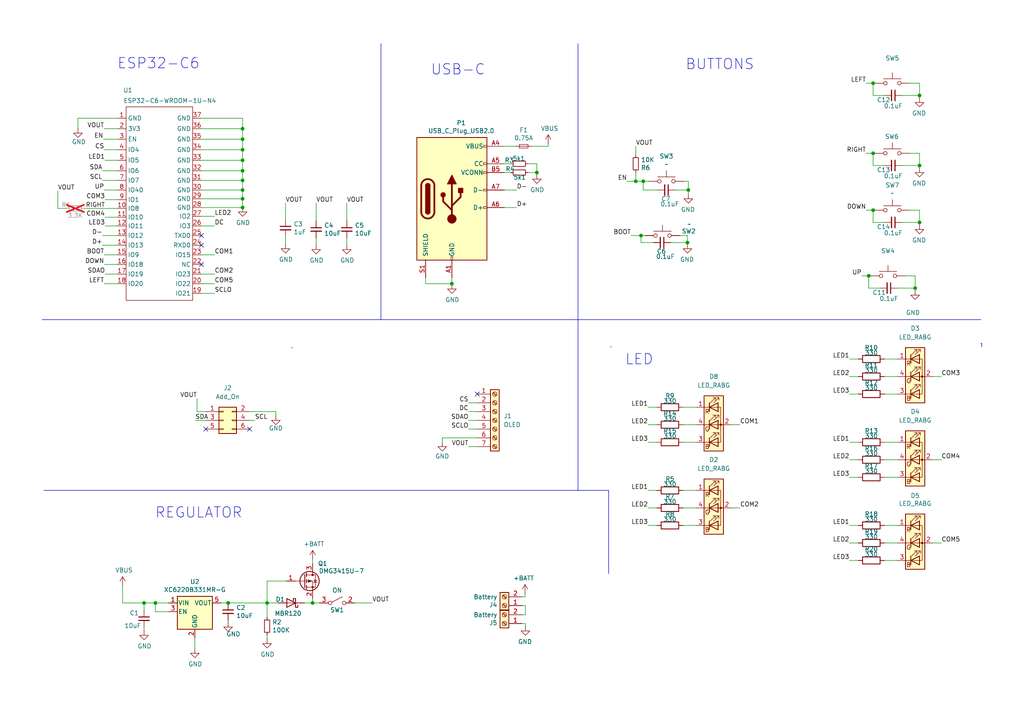
<source format=kicad_sch>
(kicad_sch (version 20231120) (generator "eeschema") (generator_version "8.0")
  (paper "A4")
  (title_block (title "Bugcon_2024_Speaker") (date "2024-09-05") (rev "v1.0") (company "Electronic Cats") (comment 1 "Lizeth Gallegos Martínez"))
  (lib_symbols
    (symbol "Connector:Screw_Terminal_01x02" (pin_names (offset 1.016) hide)
      (property "Reference" "J" (at 0 2.54 0))
      (property "Value" "Screw_Terminal_01x02" (at 0 -5.08 0))
      (symbol "Screw_Terminal_01x02_1_1"
        (pin passive line (at -5.08 0 0) (length 3.81) (name "Pin_1") (number "1"))
        (pin passive line (at -5.08 -2.54 0) (length 3.81) (name "Pin_2") (number "2"))
      )
    )
    (symbol "Connector:Screw_Terminal_01x07" (pin_names (offset 1.016) hide)
      (property "Reference" "J" (at 0 10.16 0))
      (property "Value" "Screw_Terminal_01x07" (at 0 -10.16 0))
      (symbol "Screw_Terminal_01x07_1_1"
        (pin passive line (at -5.08 7.62 0) (length 3.81) (name "Pin_1") (number "1"))
        (pin passive line (at -5.08 5.08 0) (length 3.81) (name "Pin_2") (number "2"))
        (pin passive line (at -5.08 2.54 0) (length 3.81) (name "Pin_3") (number "3"))
        (pin passive line (at -5.08 0 0) (length 3.81) (name "Pin_4") (number "4"))
        (pin passive line (at -5.08 -2.54 0) (length 3.81) (name "Pin_5") (number "5"))
        (pin passive line (at -5.08 -5.08 0) (length 3.81) (name "Pin_6") (number "6"))
        (pin passive line (at -5.08 -7.62 0) (length 3.81) (name "Pin_7") (number "7"))
      )
    )
    (symbol "Connector_Generic:Conn_02x03_Odd_Even" (pin_names (offset 1.016) hide)
      (property "Reference" "J" (at 1.27 5.08 0))
      (property "Value" "Conn_02x03_Odd_Even" (at 1.27 -5.08 0))
      (symbol "Conn_02x03_Odd_Even_1_1"
        (pin passive line (at -5.08 2.54 0) (length 3.81) (name "Pin_1") (number "1"))
        (pin passive line (at 7.62 2.54 180) (length 3.81) (name "Pin_2") (number "2"))
        (pin passive line (at -5.08 0 0) (length 3.81) (name "Pin_3") (number "3"))
        (pin passive line (at 7.62 0 180) (length 3.81) (name "Pin_4") (number "4"))
        (pin passive line (at -5.08 -2.54 0) (length 3.81) (name "Pin_5") (number "5"))
        (pin passive line (at 7.62 -2.54 180) (length 3.81) (name "Pin_6") (number "6"))
      )
    )
    (symbol "Device:C_Small" (pin_numbers hide) (pin_names (offset 0.254) hide)
      (property "Reference" "C" (at 0.254 1.778 0))
      (property "Value" "C_Small" (at 0.254 -2.032 0))
      (symbol "C_Small_1_1"
        (pin passive line (at 0 2.54 270) (length 2.032) (name "~") (number "1"))
        (pin passive line (at 0 -2.54 90) (length 2.032) (name "~") (number "2"))
      )
    )
    (symbol "Device:Fuse_Small" (pin_numbers hide) (pin_names (offset 0.254) hide)
      (property "Reference" "F" (at 0 -1.524 0))
      (property "Value" "Fuse_Small" (at 0 1.524 0))
      (symbol "Fuse_Small_1_1"
        (pin passive line (at -2.54 0 0) (length 1.27) (name "~") (number "1"))
        (pin passive line (at 2.54 0 180) (length 1.27) (name "~") (number "2"))
      )
    )
    (symbol "Device:LED_RABG" (pin_names (offset 0) hide)
      (property "Reference" "D" (at 0 9.398 0))
      (property "Value" "LED_RABG" (at 0 -8.89 0))
      (symbol "LED_RABG_0_0"
        (text "B" (at -1.905 -6.35 0) (effects (font (size 1.27 1.27))))
        (text "G" (at -1.905 -1.27 0) (effects (font (size 1.27 1.27))))
        (text "R" (at -1.905 3.81 0) (effects (font (size 1.27 1.27))))
      )
      (symbol "LED_RABG_1_1"
        (pin passive line (at -5.08 5.08 0) (length 2.54) (name "RK") (number "1"))
        (pin passive line (at 5.08 0 180) (length 2.54) (name "A") (number "2"))
        (pin passive line (at -5.08 -5.08 0) (length 2.54) (name "BK") (number "3"))
        (pin passive line (at -5.08 0 0) (length 2.54) (name "GK") (number "4"))
      )
    )
    (symbol "Device:Q_PMOS_GSD" (pin_names (offset 0) hide)
      (property "Reference" "Q" (at 5.08 1.27 0))
      (property "Value" "Q_PMOS_GSD" (at 5.08 -1.27 0))
      (symbol "Q_PMOS_GSD_1_1"
        (pin input line (at -5.08 0 0) (length 2.54) (name "G") (number "1"))
        (pin passive line (at 2.54 -5.08 90) (length 2.54) (name "S") (number "2"))
        (pin passive line (at 2.54 5.08 270) (length 2.54) (name "D") (number "3"))
      )
    )
    (symbol "Device:R" (pin_numbers hide) (pin_names (offset 0))
      (property "Reference" "R" (at 2.032 0 90))
      (property "Value" "R" (at 0 0 90))
      (symbol "R_1_1"
        (pin passive line (at 0 3.81 270) (length 1.27) (name "~") (number "1"))
        (pin passive line (at 0 -3.81 90) (length 1.27) (name "~") (number "2"))
      )
    )
    (symbol "Device:R_Small" (pin_numbers hide) (pin_names (offset 0.254) hide)
      (property "Reference" "R" (at 0.762 0.508 0))
      (property "Value" "R_Small" (at 0.762 -1.016 0))
      (symbol "R_Small_1_1"
        (pin passive line (at 0 2.54 270) (length 0.762) (name "~") (number "1"))
        (pin passive line (at 0 -2.54 90) (length 0.762) (name "~") (number "2"))
      )
    )
    (symbol "Diode:MBR340" (pin_numbers hide) (pin_names (offset 1.016) hide)
      (property "Reference" "D" (at 0 2.54 0))
      (property "Value" "MBR340" (at 0 -2.54 0))
      (symbol "MBR340_1_1"
        (pin passive line (at -3.81 0 0) (length 2.54) (name "K") (number "1"))
        (pin passive line (at 3.81 0 180) (length 2.54) (name "A") (number "2"))
      )
    )
    (symbol "HunterCat-NFC-rescue:AP2112K-3.3-Regulator_Linear" (pin_names (offset 0.254))
      (property "Reference" "U" (at -5.08 5.715 0))
      (property "Value" "AP2112K-3.3-Regulator_Linear" (at 0 5.715 0))
      (symbol "AP2112K-3.3-Regulator_Linear_1_1"
        (pin power_in line (at -7.62 2.54 0) (length 2.54) (name "VIN") (number "1"))
        (pin power_in line (at 0 -7.62 90) (length 2.54) (name "GND") (number "2"))
        (pin input line (at -7.62 0 0) (length 2.54) (name "EN") (number "3"))
        (pin no_connect line (at 7.62 0 180) (length 2.54) hide (name "NC") (number "4"))
        (pin power_out line (at 7.62 2.54 180) (length 2.54) (name "VOUT") (number "5"))
      )
    )
    (symbol "HunterCat-NFC-rescue:USB_C_Plug_USB2.0-Connector" (pin_names (offset 1.016))
      (property "Reference" "P" (at -10.16 19.05 0))
      (property "Value" "USB_C_Plug_USB2.0-Connector" (at 12.7 19.05 0))
      (symbol "USB_C_Plug_USB2.0-Connector_1_1"
        (pin power_in line (at 0 -22.86 90) (length 5.08) (name "GND") (number "A1"))
        (pin passive line (at 0 -22.86 90) (length 5.08) hide (name "GND") (number "A12"))
        (pin power_in line (at 15.24 15.24 180) (length 5.08) (name "VBUS") (number "A4"))
        (pin bidirectional line (at 15.24 10.16 180) (length 5.08) (name "CC") (number "A5"))
        (pin bidirectional line (at 15.24 -2.54 180) (length 5.08) (name "D+") (number "A6"))
        (pin bidirectional line (at 15.24 2.54 180) (length 5.08) (name "D-") (number "A7"))
        (pin passive line (at 15.24 15.24 180) (length 5.08) hide (name "VBUS") (number "A9"))
        (pin passive line (at 0 -22.86 90) (length 5.08) hide (name "GND") (number "B1"))
        (pin passive line (at 0 -22.86 90) (length 5.08) hide (name "GND") (number "B12"))
        (pin passive line (at 15.24 15.24 180) (length 5.08) hide (name "VBUS") (number "B4"))
        (pin bidirectional line (at 15.24 7.62 180) (length 5.08) (name "VCONN") (number "B5"))
        (pin passive line (at 15.24 15.24 180) (length 5.08) hide (name "VBUS") (number "B9"))
        (pin passive line (at -7.62 -22.86 90) (length 5.08) (name "SHIELD") (number "S1"))
      )
    )
    (symbol "Minino:ESP32-C6-WROOM-1U-N8"
      (property "Reference" "U4" (at -7.874 29.464 0))
      (property "Value" "~" (at 14.224 14.478 0))
      (symbol "ESP32-C6-WROOM-1U-N8_0_0"
        (text "" (at -20.32 -5.08 0) (effects (font (size 1.27 1.27))))
      )
      (symbol "ESP32-C6-WROOM-1U-N8_1_1"
        (pin power_in line (at -12.192 23.622 0) (length 2.54) (name "GND") (number "1"))
        (pin bidirectional line (at -12.192 -2.54 0) (length 2.54) (name "IO8") (number "10"))
        (pin bidirectional line (at -12.192 -5.08 0) (length 2.54) (name "IO10") (number "11"))
        (pin bidirectional line (at -12.192 -7.62 0) (length 2.54) (name "IO11") (number "12"))
        (pin bidirectional line (at -12.192 -10.414 0) (length 2.54) (name "IO12") (number "13"))
        (pin bidirectional line (at -12.192 -13.208 0) (length 2.54) (name "IO13") (number "14"))
        (pin bidirectional line (at -12.192 -16.002 0) (length 2.54) (name "IO9") (number "15"))
        (pin bidirectional line (at -12.192 -18.796 0) (length 2.54) (name "IO18") (number "16"))
        (pin bidirectional line (at -12.192 -21.59 0) (length 2.54) (name "IO19") (number "17"))
        (pin bidirectional line (at -12.192 -24.384 0) (length 2.54) (name "IO20") (number "18"))
        (pin bidirectional line (at 12.192 -27.178 180) (length 2.54) (name "IO21") (number "19"))
        (pin power_in line (at -12.192 20.574 0) (length 2.54) (name "3V3") (number "2"))
        (pin bidirectional line (at 12.192 -24.384 180) (length 2.54) (name "IO22") (number "20"))
        (pin bidirectional line (at 12.192 -21.59 180) (length 2.54) (name "IO23") (number "21"))
        (pin bidirectional line (at 12.192 -18.796 180) (length 2.54) (name "NC") (number "22"))
        (pin power_in line (at 12.192 -16.002 180) (length 2.54) (name "IO15") (number "23"))
        (pin bidirectional line (at 12.192 -13.208 180) (length 2.54) (name "RXD0") (number "24"))
        (pin bidirectional line (at 12.192 -10.414 180) (length 2.54) (name "TXD0") (number "25"))
        (pin bidirectional line (at 12.192 -7.62 180) (length 2.54) (name "IO3") (number "26"))
        (pin bidirectional line (at 12.192 -4.826 180) (length 2.54) (name "IO2") (number "27"))
        (pin power_in line (at 12.192 -2.286 180) (length 2.54) (name "GND") (number "28"))
        (pin power_in line (at 12.192 0.254 180) (length 2.54) (name "GND") (number "29"))
        (pin power_in line (at -12.192 17.526 0) (length 2.54) (name "EN") (number "3"))
        (pin power_in line (at 12.192 2.794 180) (length 2.54) (name "GND") (number "30"))
        (pin power_in line (at 12.192 5.588 180) (length 2.54) (name "GND") (number "31"))
        (pin power_in line (at 12.192 8.382 180) (length 2.54) (name "GND") (number "32"))
        (pin power_in line (at 12.192 11.43 180) (length 2.54) (name "GND") (number "33"))
        (pin power_in line (at 12.192 14.478 180) (length 2.54) (name "GND") (number "34"))
        (pin power_in line (at 12.192 17.526 180) (length 2.54) (name "GND") (number "35"))
        (pin power_in line (at 12.192 20.574 180) (length 2.54) (name "GND") (number "36"))
        (pin power_in line (at 12.192 23.622 180) (length 2.54) (name "GND") (number "37"))
        (pin bidirectional line (at -12.192 14.478 0) (length 2.54) (name "IO4") (number "4"))
        (pin bidirectional line (at -12.192 11.43 0) (length 2.54) (name "IO5") (number "5"))
        (pin bidirectional line (at -12.192 8.382 0) (length 2.54) (name "IO6") (number "6"))
        (pin bidirectional line (at -12.192 5.588 0) (length 2.54) (name "IO7") (number "7"))
        (pin bidirectional line (at -12.192 2.794 0) (length 2.54) (name "IO40") (number "8"))
        (pin bidirectional line (at -12.192 0 0) (length 2.54) (name "IO1") (number "9"))
      )
    )
    (symbol "Switch:SW_Push" (pin_numbers hide) (pin_names (offset 1.016) hide)
      (property "Reference" "SW" (at 1.27 2.54 0))
      (property "Value" "SW_Push" (at 0 -1.524 0))
      (symbol "SW_Push_0_1"
        (pin passive line (at -5.08 0 0) (length 2.54) (name "1") (number "1"))
        (pin passive line (at 5.08 0 180) (length 2.54) (name "2") (number "2"))
      )
    )
    (symbol "Switch:SW_SPST" (pin_names (offset 0) hide)
      (property "Reference" "SW1" (at 0 -2.032 0))
      (property "Value" "ON" (at 0 3.6576 0))
      (symbol "SW_SPST_1_1"
        (pin passive line (at 5.08 0 180) (length 2.54) (name "B") (number "2"))
        (pin passive line (at -5.08 0 0) (length 2.54) (name "A") (number "3"))
      )
    )
    (symbol "power:+BATT" (power) (pin_names (offset 0))
      (property "Value" "+BATT" (at 0 3.556 0))
      (symbol "+BATT_1_1"
        (pin power_in line (at 0 0 90) (length 0) hide (name "+BATT") (number "1"))
      )
    )
    (symbol "power:GND" (power) (pin_numbers hide) (pin_names (offset 0) hide)
      (property "Value" "GND" (at 0 -3.81 0))
      (symbol "GND_1_1"
        (pin power_in line (at 0 0 270) (length 0) (name "~") (number "1"))
      )
    )
    (symbol "power:VBUS" (power) (pin_names (offset 0))
      (property "Value" "VBUS" (at 0 3.81 0))
      (symbol "VBUS_1_1"
        (pin power_in line (at 0 0 90) (length 0) hide (name "VBUS") (number "1"))
      )
    )
  )
  (junction (at 266.7 48.006))
  (junction (at 70.358 57.658))
  (junction (at 184.404 52.578))
  (junction (at 131.064 82.296))
  (junction (at 66.167 174.879))
  (junction (at 77.47 174.879))
  (junction (at 70.358 49.53))
  (junction (at 199.39 70.358))
  (junction (at 185.928 68.326))
  (junction (at 41.783 174.879))
  (junction (at 45.085 174.879))
  (junction (at 70.358 46.482))
  (junction (at 266.7 27.686))
  (junction (at 70.358 40.386))
  (junction (at 70.358 52.324))
  (junction (at 253.238 60.96))
  (junction (at 70.358 60.198))
  (junction (at 265.43 83.566))
  (junction (at 155.702 50.038))
  (junction (at 266.7 64.516))
  (junction (at 251.968 80.01))
  (junction (at 253.238 24.13))
  (junction (at 253.238 44.45))
  (junction (at 90.678 174.879))
  (junction (at 70.358 55.118))
  (junction (at 70.358 43.434))
  (junction (at 70.358 37.338))
  (junction (at 186.563 52.578))
  (junction (at 199.644 55.118))
  (no_connect (at 72.39 124.46))
  (no_connect (at 138.43 114.3))
  (no_connect (at 58.42 76.708))
  (no_connect (at 58.42 68.326))
  (no_connect (at 58.42 71.12))
  (no_connect (at 59.69 124.46))
  (wire (pts (xy 16.764 55.372) (xy 16.764 60.452)))
  (wire (pts (xy 62.23 73.914) (xy 58.42 73.914)))
  (wire (pts (xy 58.42 82.296) (xy 62.23 82.296)))
  (wire (pts (xy 41.783 176.911) (xy 41.783 174.879)))
  (wire (pts (xy 30.226 43.434) (xy 34.036 43.434)))
  (wire (pts (xy 185.928 70.358) (xy 185.928 68.326)))
  (wire (pts (xy 58.42 57.658) (xy 70.358 57.658)))
  (wire (pts (xy 30.48 62.992) (xy 34.036 62.992)))
  (polyline (pts (xy 167.64 142.24) (xy 167.64 92.71)))
  (wire (pts (xy 246.38 133.35) (xy 248.92 133.35)))
  (wire (pts (xy 135.89 124.46) (xy 138.43 124.46)))
  (wire (pts (xy 184.404 42.418) (xy 184.404 44.958)))
  (wire (pts (xy 91.694 69.088) (xy 91.694 71.12)))
  (wire (pts (xy 92.71 174.879) (xy 90.678 174.879)))
  (wire (pts (xy 151.384 173.101) (xy 152.273 173.101)))
  (wire (pts (xy 246.38 162.56) (xy 248.92 162.56)))
  (wire (pts (xy 187.96 128.27) (xy 190.5 128.27)))
  (wire (pts (xy 80.01 119.38) (xy 72.39 119.38)))
  (wire (pts (xy 70.358 55.118) (xy 70.358 57.658)))
  (wire (pts (xy 256.54 133.35) (xy 260.35 133.35)))
  (wire (pts (xy 45.085 177.419) (xy 48.895 177.419)))
  (wire (pts (xy 30.226 82.296) (xy 34.036 82.296)))
  (wire (pts (xy 256.54 152.4) (xy 260.35 152.4)))
  (wire (pts (xy 30.226 55.118) (xy 34.036 55.118)))
  (wire (pts (xy 256.54 157.48) (xy 260.35 157.48)))
  (wire (pts (xy 198.374 52.578) (xy 199.644 52.578)))
  (wire (pts (xy 30.48 65.532) (xy 34.036 65.532)))
  (wire (pts (xy 265.43 80.01) (xy 265.43 83.566)))
  (wire (pts (xy 22.606 34.29) (xy 22.606 37.338)))
  (wire (pts (xy 252.476 80.01) (xy 251.968 80.01)))
  (wire (pts (xy 198.12 128.27) (xy 201.93 128.27)))
  (wire (pts (xy 253.238 44.45) (xy 251.206 44.45)))
  (wire (pts (xy 184.404 52.578) (xy 181.864 52.578)))
  (wire (pts (xy 246.38 157.48) (xy 248.92 157.48)))
  (wire (pts (xy 187.96 118.11) (xy 190.5 118.11)))
  (wire (pts (xy 214.63 147.32) (xy 212.09 147.32)))
  (wire (pts (xy 253.238 64.516) (xy 253.238 60.96)))
  (wire (pts (xy 151.384 178.308) (xy 152.4 178.308)))
  (wire (pts (xy 62.23 79.502) (xy 58.42 79.502)))
  (wire (pts (xy 199.644 56.388) (xy 199.644 55.118)))
  (wire (pts (xy 135.89 129.54) (xy 138.43 129.54)))
  (wire (pts (xy 70.358 34.29) (xy 70.358 37.338)))
  (wire (pts (xy 266.7 24.13) (xy 266.7 27.686)))
  (wire (pts (xy 253.746 44.45) (xy 253.238 44.45)))
  (wire (pts (xy 253.238 24.13) (xy 251.206 24.13)))
  (wire (pts (xy 253.238 27.686) (xy 253.238 24.13)))
  (wire (pts (xy 253.238 60.96) (xy 251.206 60.96)))
  (wire (pts (xy 256.54 114.3) (xy 260.35 114.3)))
  (polyline (pts (xy 177.292 100.584) (xy 177.038 100.584)))
  (wire (pts (xy 41.783 174.879) (xy 45.085 174.879)))
  (wire (pts (xy 56.515 185.039) (xy 56.515 188.214)))
  (wire (pts (xy 66.167 179.959) (xy 66.167 180.594)))
  (wire (pts (xy 45.085 177.419) (xy 45.085 174.879)))
  (wire (pts (xy 70.358 37.338) (xy 70.358 40.386)))
  (wire (pts (xy 100.584 69.088) (xy 100.584 71.12)))
  (wire (pts (xy 66.167 174.879) (xy 77.47 174.879)))
  (wire (pts (xy 152.4 180.848) (xy 152.4 181.737)))
  (wire (pts (xy 62.23 62.738) (xy 58.42 62.738)))
  (wire (pts (xy 123.444 80.518) (xy 123.444 82.296)))
  (wire (pts (xy 70.358 57.658) (xy 70.358 60.198)))
  (wire (pts (xy 30.48 79.502) (xy 34.036 79.502)))
  (wire (pts (xy 100.584 58.928) (xy 100.584 64.008)))
  (wire (pts (xy 57.15 115.57) (xy 57.15 119.38)))
  (wire (pts (xy 70.358 46.482) (xy 70.358 49.53)))
  (wire (pts (xy 77.47 174.879) (xy 77.47 179.07)))
  (polyline (pts (xy 167.64 12.7) (xy 167.64 92.71)))
  (wire (pts (xy 199.39 68.326) (xy 199.39 70.358)))
  (wire (pts (xy 256.54 48.006) (xy 253.238 48.006)))
  (wire (pts (xy 159.004 42.418) (xy 159.004 41.656)))
  (wire (pts (xy 82.804 58.928) (xy 82.804 63.627)))
  (wire (pts (xy 265.43 83.566) (xy 260.35 83.566)))
  (wire (pts (xy 29.718 49.53) (xy 34.036 49.53)))
  (wire (pts (xy 107.95 174.879) (xy 102.87 174.879)))
  (wire (pts (xy 57.15 119.38) (xy 59.69 119.38)))
  (wire (pts (xy 273.05 133.35) (xy 270.51 133.35)))
  (wire (pts (xy 198.12 142.24) (xy 201.93 142.24)))
  (wire (pts (xy 77.47 185.42) (xy 77.47 184.15)))
  (wire (pts (xy 24.384 60.452) (xy 34.036 60.452)))
  (wire (pts (xy 30.226 73.914) (xy 34.036 73.914)))
  (wire (pts (xy 16.764 60.452) (xy 19.304 60.452)))
  (wire (pts (xy 186.563 55.118) (xy 186.563 52.578)))
  (wire (pts (xy 246.38 128.27) (xy 248.92 128.27)))
  (wire (pts (xy 273.05 109.22) (xy 270.51 109.22)))
  (wire (pts (xy 198.12 152.4) (xy 201.93 152.4)))
  (wire (pts (xy 153.162 50.038) (xy 155.702 50.038)))
  (wire (pts (xy 246.38 104.14) (xy 248.92 104.14)))
  (wire (pts (xy 82.804 68.707) (xy 82.804 70.866)))
  (wire (pts (xy 29.718 52.324) (xy 34.036 52.324)))
  (wire (pts (xy 34.036 40.386) (xy 29.972 40.386)))
  (wire (pts (xy 152.273 173.101) (xy 152.273 172.085)))
  (wire (pts (xy 128.27 127) (xy 138.43 127)))
  (wire (pts (xy 246.38 109.22) (xy 248.92 109.22)))
  (wire (pts (xy 187.96 123.19) (xy 190.5 123.19)))
  (wire (pts (xy 266.7 48.006) (xy 266.7 48.768)))
  (wire (pts (xy 64.135 174.879) (xy 66.167 174.879)))
  (polyline (pts (xy 110.49 12.7) (xy 110.49 92.71)))
  (wire (pts (xy 146.304 60.198) (xy 149.86 60.198)))
  (wire (pts (xy 151.384 180.848) (xy 152.4 180.848)))
  (wire (pts (xy 29.718 71.12) (xy 34.036 71.12)))
  (wire (pts (xy 262.636 80.01) (xy 265.43 80.01)))
  (wire (pts (xy 187.96 142.24) (xy 190.5 142.24)))
  (polyline (pts (xy 284.734 100.076) (xy 284.734 99.568)))
  (wire (pts (xy 251.968 83.566) (xy 251.968 80.01)))
  (wire (pts (xy 58.42 37.338) (xy 70.358 37.338)))
  (wire (pts (xy 266.7 64.516) (xy 261.62 64.516)))
  (wire (pts (xy 265.43 83.566) (xy 265.43 84.328)))
  (polyline (pts (xy 284.48 99.568) (xy 284.734 99.568)))
  (wire (pts (xy 246.38 152.4) (xy 248.92 152.4)))
  (wire (pts (xy 58.42 40.386) (xy 70.358 40.386)))
  (wire (pts (xy 198.12 118.11) (xy 201.93 118.11)))
  (wire (pts (xy 199.644 52.578) (xy 199.644 55.118)))
  (wire (pts (xy 189.484 70.358) (xy 185.928 70.358)))
  (wire (pts (xy 41.783 181.991) (xy 41.783 183.007)))
  (wire (pts (xy 70.358 49.53) (xy 70.358 52.324)))
  (wire (pts (xy 199.644 55.118) (xy 195.834 55.118)))
  (wire (pts (xy 45.085 174.879) (xy 48.895 174.879)))
  (wire (pts (xy 58.42 65.532) (xy 62.23 65.532)))
  (polyline (pts (xy 284.734 100.076) (xy 284.734 100.584)))
  (polyline (pts (xy 176.53 166.37) (xy 176.53 142.24)))
  (wire (pts (xy 58.42 52.324) (xy 70.358 52.324)))
  (wire (pts (xy 198.12 123.19) (xy 201.93 123.19)))
  (wire (pts (xy 199.39 70.358) (xy 199.39 70.866)))
  (wire (pts (xy 90.678 163.449) (xy 90.678 162.179)))
  (wire (pts (xy 198.12 147.32) (xy 201.93 147.32)))
  (wire (pts (xy 266.7 27.686) (xy 261.62 27.686)))
  (wire (pts (xy 266.7 27.686) (xy 266.7 28.448)))
  (wire (pts (xy 263.906 24.13) (xy 266.7 24.13)))
  (wire (pts (xy 256.54 64.516) (xy 253.238 64.516)))
  (wire (pts (xy 22.606 34.29) (xy 34.036 34.29)))
  (wire (pts (xy 30.226 37.338) (xy 34.036 37.338)))
  (wire (pts (xy 58.42 46.482) (xy 70.358 46.482)))
  (wire (pts (xy 35.56 174.879) (xy 41.783 174.879)))
  (wire (pts (xy 135.89 119.38) (xy 138.43 119.38)))
  (wire (pts (xy 184.404 50.038) (xy 184.404 52.578)))
  (wire (pts (xy 62.23 85.09) (xy 58.42 85.09)))
  (wire (pts (xy 155.702 50.038) (xy 155.702 50.673)))
  (wire (pts (xy 253.746 24.13) (xy 253.238 24.13)))
  (wire (pts (xy 131.064 82.296) (xy 131.064 82.55)))
  (wire (pts (xy 90.678 174.879) (xy 88.265 174.879)))
  (wire (pts (xy 35.56 174.879) (xy 35.56 169.799)))
  (wire (pts (xy 131.064 80.518) (xy 131.064 82.296)))
  (wire (pts (xy 187.96 147.32) (xy 190.5 147.32)))
  (wire (pts (xy 146.304 50.038) (xy 148.082 50.038)))
  (wire (pts (xy 266.7 64.516) (xy 266.7 65.278)))
  (wire (pts (xy 256.54 27.686) (xy 253.238 27.686)))
  (wire (pts (xy 80.01 120.65) (xy 80.01 119.38)))
  (wire (pts (xy 151.384 175.641) (xy 152.4 175.641)))
  (wire (pts (xy 77.47 174.879) (xy 77.47 168.529)))
  (wire (pts (xy 56.642 121.92) (xy 59.69 121.92)))
  (wire (pts (xy 256.54 104.14) (xy 260.35 104.14)))
  (wire (pts (xy 246.38 138.43) (xy 248.92 138.43)))
  (wire (pts (xy 58.42 43.434) (xy 70.358 43.434)))
  (wire (pts (xy 249.936 80.01) (xy 251.968 80.01)))
  (wire (pts (xy 123.444 82.296) (xy 131.064 82.296)))
  (wire (pts (xy 256.54 138.43) (xy 260.35 138.43)))
  (wire (pts (xy 255.27 83.566) (xy 251.968 83.566)))
  (wire (pts (xy 70.358 52.324) (xy 70.358 55.118)))
  (wire (pts (xy 199.39 70.358) (xy 194.564 70.358)))
  (wire (pts (xy 185.928 68.326) (xy 183.007 68.326)))
  (wire (pts (xy 152.4 175.641) (xy 152.4 178.308)))
  (wire (pts (xy 90.678 173.609) (xy 90.678 174.879)))
  (wire (pts (xy 190.754 55.118) (xy 186.563 55.118)))
  (wire (pts (xy 155.702 47.498) (xy 155.702 50.038)))
  (wire (pts (xy 70.358 40.386) (xy 70.358 43.434)))
  (wire (pts (xy 58.42 34.29) (xy 70.358 34.29)))
  (wire (pts (xy 214.63 123.19) (xy 212.09 123.19)))
  (wire (pts (xy 146.304 55.118) (xy 149.86 55.118)))
  (wire (pts (xy 263.906 44.45) (xy 266.7 44.45)))
  (wire (pts (xy 153.162 47.498) (xy 155.702 47.498)))
  (wire (pts (xy 58.42 60.198) (xy 70.358 60.198)))
  (wire (pts (xy 253.746 60.96) (xy 253.238 60.96)))
  (wire (pts (xy 135.89 121.92) (xy 138.43 121.92)))
  (wire (pts (xy 77.47 174.879) (xy 80.645 174.879)))
  (wire (pts (xy 256.54 128.27) (xy 260.35 128.27)))
  (wire (pts (xy 30.48 46.482) (xy 34.036 46.482)))
  (wire (pts (xy 70.358 43.434) (xy 70.358 46.482)))
  (wire (pts (xy 128.27 128.27) (xy 128.27 127)))
  (wire (pts (xy 83.058 168.529) (xy 77.47 168.529)))
  (wire (pts (xy 30.48 57.912) (xy 34.036 57.912)))
  (wire (pts (xy 72.39 121.92) (xy 73.914 121.92)))
  (wire (pts (xy 187.96 152.4) (xy 190.5 152.4)))
  (wire (pts (xy 273.05 157.48) (xy 270.51 157.48)))
  (polyline (pts (xy 176.53 142.24) (xy 167.64 142.24)))
  (wire (pts (xy 58.42 49.53) (xy 70.358 49.53)))
  (wire (pts (xy 266.7 44.45) (xy 266.7 48.006)))
  (wire (pts (xy 154.432 42.418) (xy 159.004 42.418)))
  (wire (pts (xy 186.563 52.578) (xy 188.214 52.578)))
  (polyline (pts (xy 84.582 100.838) (xy 84.836 100.838)))
  (wire (pts (xy 246.38 114.3) (xy 248.92 114.3)))
  (wire (pts (xy 256.54 109.22) (xy 260.35 109.22)))
  (wire (pts (xy 146.304 42.418) (xy 149.352 42.418)))
  (wire (pts (xy 135.89 116.84) (xy 138.43 116.84)))
  (polyline (pts (xy 12.192 92.71) (xy 284.48 92.71)))
  (wire (pts (xy 253.238 48.006) (xy 253.238 44.45)))
  (wire (pts (xy 30.226 76.708) (xy 34.036 76.708)))
  (wire (pts (xy 58.42 55.118) (xy 70.358 55.118)))
  (wire (pts (xy 29.718 68.326) (xy 34.036 68.326)))
  (wire (pts (xy 266.7 48.006) (xy 261.62 48.006)))
  (wire (pts (xy 256.54 162.56) (xy 260.35 162.56)))
  (wire (pts (xy 263.906 60.96) (xy 266.7 60.96)))
  (wire (pts (xy 91.694 58.928) (xy 91.694 64.008)))
  (wire (pts (xy 197.231 68.326) (xy 199.39 68.326)))
  (wire (pts (xy 187.071 68.326) (xy 185.928 68.326)))
  (wire (pts (xy 146.304 47.498) (xy 148.082 47.498)))
  (wire (pts (xy 184.404 52.578) (xy 186.563 52.578)))
  (polyline (pts (xy 12.7 142.24) (xy 167.64 142.24)))
  (wire (pts (xy 266.7 60.96) (xy 266.7 64.516)))
  (text "BUTTONS" (at 208.788 18.796 0) (effects (font (size 3 3))))
  (text "LED\n" (at 185.42 104.394 0) (effects (font (size 3 3))))
  (text "ESP32-C6" (at 45.974 18.542 0) (effects (font (size 3 3))))
  (text "REGULATOR" (at 57.658 148.844 0) (effects (font (size 3 3))))
  (text "USB-C" (at 132.842 20.32 0) (effects (font (size 3 3))))
  (label "LED2" (at 62.23 62.738 0))
  (label "D-" (at 149.86 55.118 0))
  (label "D+" (at 149.86 60.198 0))
  (label "LED1" (at 246.38 104.14 180))
  (label "COM3" (at 30.48 57.912 180))
  (label "LED2" (at 246.38 133.35 180))
  (label "DC" (at 135.89 119.38 180))
  (label "EN" (at 29.972 40.386 180))
  (label "LEFT" (at 251.206 24.13 180))
  (label "VOUT" (at 82.804 58.928 0))
  (label "LED1" (at 187.96 118.11 180))
  (label "VOUT" (at 57.15 115.57 180))
  (label "VOUT" (at 184.404 42.418 0))
  (label "COM5" (at 62.23 82.296 0))
  (label "VOUT" (at 16.764 55.372 0))
  (label "UP" (at 249.936 80.01 180))
  (label "LED3" (at 246.38 138.43 180))
  (label "LEFT" (at 30.226 82.296 180))
  (label "LED3" (at 187.96 128.27 180))
  (label "VOUT" (at 100.584 58.928 0))
  (label "LED2" (at 187.96 123.19 180))
  (label "COM3" (at 273.05 109.22 0))
  (label "DOWN" (at 251.206 60.96 180))
  (label "LED2" (at 187.96 147.32 180))
  (label "RIGHT" (at 30.48 60.452 180))
  (label "VOUT" (at 91.694 58.928 0))
  (label "LED1" (at 246.38 152.4 180))
  (label "LED2" (at 246.38 157.48 180))
  (label "LED1" (at 30.48 46.482 180))
  (label "SCL" (at 29.718 52.324 180))
  (label "COM2" (at 214.63 147.32 0))
  (label "RIGHT" (at 251.206 44.45 180))
  (label "COM2" (at 62.23 79.502 0))
  (label "COM5" (at 273.05 157.48 0))
  (label "SDAO" (at 30.48 79.502 180))
  (label "BOOT" (at 30.226 73.914 180))
  (label "UP" (at 30.226 55.118 180))
  (label "LED3" (at 187.96 152.4 180))
  (label "VOUT" (at 135.89 129.54 180))
  (label "SCLO" (at 135.89 124.46 180))
  (label "LED3" (at 30.48 65.532 180))
  (label "LED3" (at 246.38 162.56 180))
  (label "COM1" (at 62.23 73.914 0))
  (label "SDAO" (at 135.89 121.92 180))
  (label "EN" (at 181.864 52.578 180))
  (label "CS" (at 135.89 116.84 180))
  (label "SDA" (at 56.642 121.92 0))
  (label "SDA" (at 29.718 49.53 180))
  (label "LED3" (at 246.38 114.3 180))
  (label "COM4" (at 30.48 62.992 180))
  (label "SCL" (at 73.914 121.92 0))
  (label "LED2" (at 246.38 109.22 180))
  (label "COM4" (at 273.05 133.35 0))
  (label "CS" (at 30.226 43.434 180))
  (label "BOOT" (at 183.007 68.326 180))
  (label "VOUT" (at 107.95 174.879 0))
  (label "D+" (at 29.718 71.12 180))
  (label "DC" (at 62.23 65.532 0))
  (label "VOUT" (at 30.226 37.338 180))
  (label "D-" (at 29.718 68.326 180))
  (label "SCLO" (at 62.23 85.09 0))
  (label "COM1" (at 214.63 123.19 0))
  (label "LED1" (at 187.96 142.24 180))
  (label "LED1" (at 246.38 128.27 180))
  (label "DOWN" (at 30.226 76.708 180))
  (symbol (lib_id "Switch:SW_Push") (at 192.151 68.326 0) (mirror y) (unit 1)
    (property "Reference" "SW2" (at 199.771 67.056 0))
    (property "Value" "~" (at 199.898 65.024 0))
    (property "Footprint" "Button_Switch_SMD:SW_SPST_TL3342" (effects (hide yes)))
    (property "Datasheet" "https://datasheet.lcsc.com/lcsc/2205161616_E-Switch-TL3342F450QG_C2886897.pdf" (effects (hide yes)))
    (property "manf#" "TL3342F160QG" (effects (hide yes)))
    (property "LCSC#" "C318889" (effects (hide yes)))
    (property "provedor" "LCSC" (effects (hide yes)))
    (property "Proveedor" "JLCPCB" (effects (hide yes)))
  )
  (symbol (lib_id "power:+BATT") (at 90.678 162.179 0) (unit 1)
    (property "Reference" "#PWR010" (effects (hide yes)))
    (property "Value" "+BATT" (at 91.059 157.7848 0))
  )
  (symbol (lib_id "power:GND") (at 128.27 128.27 0) (unit 1)
    (property "Reference" "#PWR025" (effects (hide yes)))
    (property "Value" "GND" (at 128.27 132.334 0))
  )
  (symbol (lib_id "Minino:ESP32-C6-WROOM-1U-N8") (at 46.228 57.912 0) (unit 1)
    (property "Reference" "U1" (at 37.084 26.162 0))
    (property "Value" "ESP32-C6-WROOM-1U-N4" (at 49.276 29.21 0))
    (property "Footprint" "Library:XCVR_ESP32-C6-WROOM-1-N8" (effects (hide yes)))
    (property "manf#" "ESP32-C6-WROOM-1-N4" (effects (hide yes)))
    (property "provedor" "MOUSER" (effects (hide yes)))
    (property "Proveedor" "MOUSER" (effects (hide yes)))
  )
  (symbol (lib_id "power:GND") (at 266.7 48.768 0) (mirror y) (unit 1)
    (property "Reference" "#PWR023" (effects (hide yes)))
    (property "Value" "GND" (at 266.573 53.1622 0))
  )
  (symbol (lib_id "Device:R") (at 194.31 142.24 90) (unit 1)
    (property "Reference" "R5" (at 194.31 138.938 90))
    (property "Value" "330" (at 194.31 140.462 90))
    (property "Footprint" "Resistor_SMD:R_0603_1608Metric" (effects (hide yes)))
    (property "Description" "Resistor" (effects (hide yes)))
    (property "LCSC#" "C25231" (effects (hide yes)))
  )
  (symbol (lib_id "Device:C_Small") (at 193.294 55.118 270) (mirror x) (unit 1)
    (property "Reference" "C7" (at 191.77 57.658 90) (effects (justify left)))
    (property "Value" "0.1uF" (at 191.516 59.182 90) (effects (justify left)))
    (property "Footprint" "Capacitor_SMD:C_0603_1608Metric" (effects (hide yes)))
    (property "manf#" "KAM15AR71C104KM" (effects (hide yes)))
    (property "provedor" "LCSC" (effects (hide yes)))
    (property "LCSC#" "C478888 " (effects (hide yes)))
    (property "Proveedor" "JLCPCB" (effects (hide yes)))
  )
  (symbol (lib_id "Device:C_Small") (at 259.08 64.516 270) (mirror x) (unit 1)
    (property "Reference" "C14" (at 256.286 65.786 90))
    (property "Value" "0.1uF" (at 259.08 67.564 90))
    (property "Footprint" "Capacitor_SMD:C_0603_1608Metric" (effects (hide yes)))
    (property "Description" "Unpolarized capacitor, small symbol" (effects (hide yes)))
    (property "LCSC#" "C478888 " (effects (hide yes)))
    (property "Proveedor" "JLCPCB" (effects (hide yes)))
    (property "manf#" "KAM15AR71C104KM" (effects (hide yes)))
  )
  (symbol (lib_id "Switch:SW_Push") (at 193.294 52.578 0) (mirror y) (unit 1)
    (property "Reference" "SW3" (at 193.294 45.339 0))
    (property "Value" "~" (at 193.294 47.6504 0))
    (property "Footprint" "Button_Switch_SMD:SW_SPST_TL3342" (effects (hide yes)))
    (property "Datasheet" "https://datasheet.lcsc.com/lcsc/2205161616_E-Switch-TL3342F450QG_C2886897.pdf" (effects (hide yes)))
    (property "manf#" "TL3342F160QG" (effects (hide yes)))
    (property "LCSC#" "C318889" (effects (hide yes)))
    (property "provedor" "LCSC" (effects (hide yes)))
    (property "Proveedor" "JLCPCB" (effects (hide yes)))
  )
  (symbol (lib_id "Device:R_Small") (at 150.622 47.498 270) (unit 1)
    (property "Reference" "R3" (at 147.701 46.482 90))
    (property "Value" "5k1" (at 150.495 45.974 90))
    (property "Footprint" "Resistor_SMD:R_0603_1608Metric" (effects (hide yes)))
    (property "Datasheet" "https://datasheet.lcsc.com/lcsc/1810170519_PANASONIC-ERJ3RBD5101V_C191782.pdf" (effects (hide yes)))
    (property "manf#" "AC0603DR-075K1L" (effects (hide yes)))
    (property "LCSC#" "C113390" (effects (hide yes)))
    (property "provedor" "LCSC" (effects (hide yes)))
    (property "Proveedor" "JLCPCB" (effects (hide yes)))
  )
  (symbol (lib_id "power:GND") (at 131.064 82.55 0) (unit 1)
    (property "Reference" "#PWR013" (effects (hide yes)))
    (property "Value" "GND" (at 131.191 86.9442 0))
  )
  (symbol (lib_id "Device:LED_RABG") (at 207.01 123.19 0) (unit 1)
    (property "Reference" "D8" (at 207.01 109.22 0))
    (property "Value" "LED_RABG" (at 207.01 111.76 0))
    (property "Footprint" "Library:AAA3528SURKCGKC09" (effects (hide yes)))
    (property "Datasheet" "https://www.mouser.mx/datasheet/2/216/AAA3528RBGS_08_09-1602193.pdf" (effects (hide yes)))
    (property "Description" "RGB LED, red/anode/blue/green" (effects (hide yes)))
    (property "manf#" "AAA3528RBGS/08-09 " (effects (hide yes)))
  )
  (symbol (lib_id "power:GND") (at 82.804 70.866 0) (unit 1)
    (property "Reference" "#PWR09" (effects (hide yes)))
    (property "Value" "GND" (at 82.931 75.2602 0))
  )
  (symbol (lib_id "Device:Fuse_Small") (at 151.892 42.418 0) (unit 1)
    (property "Reference" "F1" (at 151.892 37.719 0))
    (property "Value" "0.75A" (at 151.892 40.0304 0))
    (property "Footprint" "Fuse:Fuse_0805_2012Metric" (effects (hide yes)))
    (property "manf#" "MFU0805FF00750P100" (effects (hide yes)))
    (property "provedor" "MOUSER" (effects (hide yes)))
    (property "LCSC#" "C1972808" (effects (hide yes)))
    (property "Proveedor" "JLCPCB" (effects (hide yes)))
  )
  (symbol (lib_id "Device:LED_RABG") (at 265.43 133.35 0) (unit 1)
    (property "Reference" "D4" (at 265.43 119.38 0))
    (property "Value" "LED_RABG" (at 265.43 121.92 0))
    (property "Footprint" "Library:AAA3528SURKCGKC09" (effects (hide yes)))
    (property "Datasheet" "https://www.mouser.mx/datasheet/2/216/AAA3528RBGS_08_09-1602193.pdf" (effects (hide yes)))
    (property "Description" "RGB LED, red/anode/blue/green" (effects (hide yes)))
    (property "manf#" "AAA3528RBGS/08-09 " (effects (hide yes)))
  )
  (symbol (lib_id "power:GND") (at 152.4 181.737 0) (mirror y) (unit 1)
    (property "Reference" "#PWR015" (effects (hide yes)))
    (property "Value" "GND" (at 152.273 186.1312 0))
  )
  (symbol (lib_id "Device:C_Small") (at 41.783 179.451 0) (unit 1)
    (property "Reference" "C1" (at 37.592 177.8 0) (effects (justify left)))
    (property "Value" "10uF" (at 36.068 181.483 0) (effects (justify left)))
    (property "Footprint" "Capacitor_SMD:C_0603_1608Metric" (effects (hide yes)))
    (property "manf#" "GRM188R61E106KA73J" (effects (hide yes)))
    (property "provedor" "LCSC" (effects (hide yes)))
    (property "LCSC#" "C85713 " (effects (hide yes)))
    (property "Proveedor" "JLCPCB" (effects (hide yes)))
  )
  (symbol (lib_id "Device:R") (at 252.73 109.22 90) (unit 1)
    (property "Reference" "R11" (at 252.73 105.918 90))
    (property "Value" "330" (at 252.73 107.442 90))
    (property "Footprint" "Resistor_SMD:R_0603_1608Metric" (effects (hide yes)))
    (property "Description" "Resistor" (effects (hide yes)))
    (property "LCSC#" "C25231" (effects (hide yes)))
  )
  (symbol (lib_id "Device:R") (at 252.73 133.35 90) (unit 1)
    (property "Reference" "R16" (at 252.73 130.048 90))
    (property "Value" "330" (at 252.73 131.572 90))
    (property "Footprint" "Resistor_SMD:R_0603_1608Metric" (effects (hide yes)))
    (property "Description" "Resistor" (effects (hide yes)))
    (property "LCSC#" "C25231" (effects (hide yes)))
  )
  (symbol (lib_id "Device:LED_RABG") (at 265.43 109.22 0) (unit 1)
    (property "Reference" "D3" (at 265.43 95.25 0))
    (property "Value" "LED_RABG" (at 265.43 97.79 0))
    (property "Footprint" "Library:AAA3528SURKCGKC09" (effects (hide yes)))
    (property "Datasheet" "https://www.mouser.mx/datasheet/2/216/AAA3528RBGS_08_09-1602193.pdf" (effects (hide yes)))
    (property "Description" "RGB LED, red/anode/blue/green" (effects (hide yes)))
    (property "manf#" "AAA3528RBGS/08-09 " (effects (hide yes)))
  )
  (symbol (lib_id "power:GND") (at 266.7 65.278 0) (mirror y) (unit 1)
    (property "Reference" "#PWR024" (effects (hide yes)))
    (property "Value" "GND" (at 266.573 69.6722 0))
  )
  (symbol (lib_id "Device:C_Small") (at 82.804 66.167 0) (unit 1)
    (property "Reference" "C3" (at 85.1408 64.9986 0) (effects (justify left)))
    (property "Value" "1uF" (at 85.1408 67.31 0) (effects (justify left)))
    (property "Footprint" "Capacitor_SMD:C_0603_1608Metric" (effects (hide yes)))
    (property "manf#" "TMK107BJ105KA8T" (effects (hide yes)))
    (property "LCSC#" "C15849" (effects (hide yes)))
    (property "Proveedor" "JLCPCB" (effects (hide yes)))
  )
  (symbol (lib_id "power:GND") (at 56.515 188.214 0) (unit 1)
    (property "Reference" "#PWR04" (effects (hide yes)))
    (property "Value" "GND" (at 56.642 192.6082 0))
  )
  (symbol (lib_id "Device:C_Small") (at 259.08 48.006 270) (mirror x) (unit 1)
    (property "Reference" "C13" (at 256.286 49.276 90))
    (property "Value" "0.1uF" (at 259.08 51.054 90))
    (property "Footprint" "Capacitor_SMD:C_0603_1608Metric" (effects (hide yes)))
    (property "Description" "Unpolarized capacitor, small symbol" (effects (hide yes)))
    (property "LCSC#" "C478888 " (effects (hide yes)))
    (property "Proveedor" "JLCPCB" (effects (hide yes)))
    (property "manf#" "KAM15AR71C104KM" (effects (hide yes)))
  )
  (symbol (lib_id "Connector_Generic:Conn_02x03_Odd_Even") (at 64.77 121.92 0) (unit 1)
    (property "Reference" "J2" (at 66.04 112.522 0))
    (property "Value" "Add_On" (at 66.04 115.062 0))
    (property "Footprint" "Connector_PinSocket_2.54mm:PinSocket_2x03_P2.54mm_Vertical" (effects (hide yes)))
    (property "Description" "Generic connector, double row, 02x03, odd/even pin numbering scheme (row 1 odd numbers, row 2 even numbers), script generated (kicad-library-utils/schlib/autogen/connector/)" (effects (hide yes)))
    (property "LCSC#" "C5116527" (effects (hide yes)))
    (property "Proveedor" "JLCPCB" (effects (hide yes)))
  )
  (symbol (lib_id "Device:R") (at 252.73 162.56 90) (unit 1)
    (property "Reference" "R20" (at 252.73 159.258 90))
    (property "Value" "330" (at 252.73 160.782 90))
    (property "Footprint" "Resistor_SMD:R_0603_1608Metric" (effects (hide yes)))
    (property "Description" "Resistor" (effects (hide yes)))
    (property "LCSC#" "C25231" (effects (hide yes)))
  )
  (symbol (lib_id "Connector:Screw_Terminal_01x07") (at 143.51 121.92 0) (unit 1)
    (property "Reference" "J1" (at 146.05 120.6499 0) (effects (justify left)))
    (property "Value" "OLED" (at 146.05 123.1899 0) (effects (justify left)))
    (property "Footprint" "Connector_PinHeader_2.54mm:PinHeader_1x07_P2.54mm_Vertical" (effects (hide yes)))
    (property "Description" "Generic screw terminal, single row, 01x07, script generated (kicad-library-utils/schlib/autogen/connector/)" (effects (hide yes)))
  )
  (symbol (lib_id "Device:C_Small") (at 91.694 66.548 0) (unit 1)
    (property "Reference" "C4" (at 94.0308 65.3796 0) (effects (justify left)))
    (property "Value" "10uF" (at 94.0308 67.691 0) (effects (justify left)))
    (property "Footprint" "Capacitor_SMD:C_0603_1608Metric" (effects (hide yes)))
    (property "manf#" "GRM188R61E106KA73J" (effects (hide yes)))
    (property "LCSC#" "C85713 " (effects (hide yes)))
    (property "Proveedor" "JLCPCB" (effects (hide yes)))
  )
  (symbol (lib_id "Device:R") (at 252.73 157.48 90) (unit 1)
    (property "Reference" "R19" (at 252.73 154.178 90))
    (property "Value" "330" (at 252.73 155.702 90))
    (property "Footprint" "Resistor_SMD:R_0603_1608Metric" (effects (hide yes)))
    (property "Description" "Resistor" (effects (hide yes)))
    (property "LCSC#" "C25231" (effects (hide yes)))
  )
  (symbol (lib_id "power:GND") (at 22.606 37.338 0) (unit 1)
    (property "Reference" "#PWR01" (effects (hide yes)))
    (property "Value" "GND" (at 22.86 41.148 0))
  )
  (symbol (lib_id "power:GND") (at 199.39 70.866 0) (mirror y) (unit 1)
    (property "Reference" "#PWR018" (effects (hide yes)))
    (property "Value" "GND" (at 199.263 75.2602 0))
  )
  (symbol (lib_id "Connector:Screw_Terminal_01x02") (at 146.304 180.848 180) (unit 1)
    (property "Reference" "J5" (at 144.272 180.6448 0) (effects (justify left)))
    (property "Value" "Battery" (at 144.272 178.3334 0) (effects (justify left)))
    (property "Footprint" "Library:BATT_8BH-AA-A1AJ020_MYG" (effects (hide yes)))
    (property "LCSC#" "C5290181" (effects (hide yes)))
    (property "manf#" "-" (effects (hide yes)))
    (property "provedor" "-" (effects (hide yes)))
    (property "Proveedor" "JLCPCB" (effects (hide yes)))
  )
  (symbol (lib_id "Device:R") (at 194.31 118.11 90) (unit 1)
    (property "Reference" "R9" (at 194.31 114.808 90))
    (property "Value" "330" (at 194.31 116.332 90))
    (property "Footprint" "Resistor_SMD:R_0603_1608Metric" (effects (hide yes)))
    (property "Description" "Resistor" (effects (hide yes)))
    (property "LCSC#" "C25231" (effects (hide yes)))
  )
  (symbol (lib_id "Switch:SW_Push") (at 258.826 44.45 0) (mirror y) (unit 1)
    (property "Reference" "SW6" (at 258.699 39.624 0))
    (property "Footprint" "Button_Switch_SMD:SW_SPST_TL3342" (effects (hide yes)))
    (property "Datasheet" "https://datasheet.lcsc.com/lcsc/2205161616_E-Switch-TL3342F450QG_C2886897.pdf" (effects (hide yes)))
    (property "manf#" "TL3342F160QG" (effects (hide yes)))
    (property "LCSC#" "C318889" (effects (hide yes)))
    (property "provedor" "LCSC" (effects (hide yes)))
    (property "Proveedor" "JLCPCB" (effects (hide yes)))
  )
  (symbol (lib_id "power:GND") (at 265.43 84.328 0) (mirror y) (unit 1)
    (property "Reference" "#PWR021" (effects (hide yes)))
    (property "Value" "GND" (at 264.795 90.678 0))
  )
  (symbol (lib_id "Device:C_Small") (at 100.584 66.548 0) (unit 1)
    (property "Reference" "C5" (at 102.9208 65.3796 0) (effects (justify left)))
    (property "Value" "10uF" (at 102.9208 67.691 0) (effects (justify left)))
    (property "Footprint" "Capacitor_SMD:C_0603_1608Metric" (effects (hide yes)))
    (property "manf#" "GRM188R61E106KA73J" (effects (hide yes)))
    (property "LCSC#" "C85713 " (effects (hide yes)))
    (property "Proveedor" "JLCPCB" (effects (hide yes)))
  )
  (symbol (lib_id "power:+BATT") (at 152.273 172.085 0) (mirror y) (unit 1)
    (property "Reference" "#PWR014" (effects (hide yes)))
    (property "Value" "+BATT" (at 151.892 167.6908 0))
  )
  (symbol (lib_id "Switch:SW_Push") (at 258.826 24.13 0) (mirror y) (unit 1)
    (property "Reference" "SW5" (at 258.826 16.891 0))
    (property "Footprint" "Button_Switch_SMD:SW_SPST_TL3342" (effects (hide yes)))
    (property "Datasheet" "https://datasheet.lcsc.com/lcsc/2205161616_E-Switch-TL3342F450QG_C2886897.pdf" (effects (hide yes)))
    (property "manf#" "TL3342F160QG" (effects (hide yes)))
    (property "LCSC#" "C318889" (effects (hide yes)))
    (property "provedor" "LCSC" (effects (hide yes)))
    (property "Proveedor" "JLCPCB" (effects (hide yes)))
  )
  (symbol (lib_id "Device:R") (at 252.73 114.3 90) (unit 1)
    (property "Reference" "R12" (at 252.73 110.998 90))
    (property "Value" "330" (at 252.73 112.522 90))
    (property "Footprint" "Resistor_SMD:R_0603_1608Metric" (effects (hide yes)))
    (property "Description" "Resistor" (effects (hide yes)))
    (property "LCSC#" "C25231" (effects (hide yes)))
  )
  (symbol (lib_id "Device:R") (at 252.73 104.14 90) (unit 1)
    (property "Reference" "R10" (at 252.73 100.838 90))
    (property "Value" "330" (at 252.73 102.362 90))
    (property "Footprint" "Resistor_SMD:R_0603_1608Metric" (effects (hide yes)))
    (property "Description" "Resistor" (effects (hide yes)))
    (property "LCSC#" "C25231" (effects (hide yes)))
  )
  (symbol (lib_id "HunterCat-NFC-rescue:USB_C_Plug_USB2.0-Connector") (at 131.064 57.658 0) (unit 1)
    (property "Reference" "P1" (at 133.7818 35.6362 0))
    (property "Value" "USB_C_Plug_USB2.0" (at 133.7818 37.9476 0))
    (property "Footprint" "Library:C393939" (effects (hide yes)))
    (property "Datasheet" "https://datasheet.lcsc.com/lcsc/2108132030_Korean-Hroparts-Elec-TYPE-C-31-M-31_C2760486.pdf" (effects (hide yes)))
    (property "manf#" "TYPE-C-31-M-31" (effects (hide yes)))
    (property "LCSC#" "C393939" (effects (hide yes)))
    (property "provedor" "LCSC" (effects (hide yes)))
    (property "Proveedor" "JLCPCB" (effects (hide yes)))
  )
  (symbol (lib_id "Device:R_Small") (at 77.47 181.61 0) (unit 1)
    (property "Reference" "R2" (at 78.9686 180.4416 0) (effects (justify left)))
    (property "Value" "100K" (at 78.9686 182.753 0) (effects (justify left)))
    (property "Footprint" "Resistor_SMD:R_0603_1608Metric" (effects (hide yes)))
    (property "Datasheet" "https://datasheet.lcsc.com/lcsc/1811151133_Walsin-Tech-Corp-WR06X104JTL_C163843.pdf" (effects (hide yes)))
    (property "manf#" "RC0603DR-07100KL" (effects (hide yes)))
    (property "LCSC#" "C25803" (effects (hide yes)))
    (property "provedor" "LCSC" (effects (hide yes)))
    (property "Proveedor" "JLCPCB" (effects (hide yes)))
  )
  (symbol (lib_id "power:GND") (at 77.47 185.42 0) (unit 1)
    (property "Reference" "#PWR07" (effects (hide yes)))
    (property "Value" "GND" (at 77.597 189.8142 0))
  )
  (symbol (lib_id "Device:R") (at 194.31 123.19 90) (unit 1)
    (property "Reference" "R14" (at 194.31 119.888 90))
    (property "Value" "330" (at 194.31 121.412 90))
    (property "Footprint" "Resistor_SMD:R_0603_1608Metric" (effects (hide yes)))
    (property "Description" "Resistor" (effects (hide yes)))
    (property "LCSC#" "C25231" (effects (hide yes)))
  )
  (symbol (lib_id "Device:R_Small") (at 21.844 60.452 270) (unit 1) (dnp yes)
    (property "Reference" "R1" (at 19.177 59.436 90))
    (property "Value" "3.3K" (at 21.844 62.484 90))
    (property "Footprint" "Resistor_SMD:R_0603_1608Metric" (effects (hide yes)))
    (property "Datasheet" "https://datasheet.lcsc.com/lcsc/1810170519_PANASONIC-ERJ3RBD5101V_C191782.pdf" (effects (hide yes)))
    (property "manf#" "ERJ-3GEYJ332V " (effects (hide yes)))
    (property "LCSC#" "C403480" (effects (hide yes)))
    (property "Proveedor" "JLCPCB" (effects (hide yes)))
  )
  (symbol (lib_id "Switch:SW_SPST") (at 97.79 174.879 0) (unit 1)
    (property "Reference" "SW1" (at 97.79 176.911 0))
    (property "Value" "ON" (at 97.79 171.2214 0))
    (property "Footprint" "Library:MSK12C02" (effects (hide yes)))
    (property "Datasheet" "https://www.mouser.mx/datasheet/2/60/js-1841892.pdf" (effects (hide yes)))
    (property "LCSC#" "C431540" (effects (hide yes)))
    (property "provedor" "MOUSER" (effects (hide yes)))
    (property "Proveedor" "JLCPCB" (effects (hide yes)))
  )
  (symbol (lib_id "Device:LED_RABG") (at 207.01 147.32 0) (unit 1)
    (property "Reference" "D2" (at 207.01 133.35 0))
    (property "Value" "LED_RABG" (at 207.01 135.89 0))
    (property "Footprint" "Library:AAA3528SURKCGKC09" (effects (hide yes)))
    (property "Datasheet" "https://www.mouser.mx/datasheet/2/216/AAA3528RBGS_08_09-1602193.pdf" (effects (hide yes)))
    (property "Description" "RGB LED, red/anode/blue/green" (effects (hide yes)))
    (property "manf#" "AAA3528RBGS/08-09 " (effects (hide yes)))
  )
  (symbol (lib_id "power:GND") (at 70.358 60.198 0) (unit 1)
    (property "Reference" "#PWR06" (effects (hide yes)))
    (property "Value" "GND" (at 70.485 64.5922 0))
  )
  (symbol (lib_id "power:GND") (at 91.694 71.12 0) (unit 1)
    (property "Reference" "#PWR011" (effects (hide yes)))
    (property "Value" "GND" (at 91.821 75.5142 0))
  )
  (symbol (lib_id "Device:R") (at 194.31 152.4 90) (unit 1)
    (property "Reference" "R8" (at 194.31 149.098 90))
    (property "Value" "330" (at 194.31 150.622 90))
    (property "Footprint" "Resistor_SMD:R_0603_1608Metric" (effects (hide yes)))
    (property "Description" "Resistor" (effects (hide yes)))
    (property "LCSC#" "C25231" (effects (hide yes)))
  )
  (symbol (lib_id "Device:R") (at 194.31 128.27 90) (unit 1)
    (property "Reference" "R15" (at 194.31 124.968 90))
    (property "Value" "330" (at 194.31 126.492 90))
    (property "Footprint" "Resistor_SMD:R_0603_1608Metric" (effects (hide yes)))
    (property "Description" "Resistor" (effects (hide yes)))
    (property "LCSC#" "C25231" (effects (hide yes)))
  )
  (symbol (lib_id "Device:R") (at 194.31 147.32 90) (unit 1)
    (property "Reference" "R7" (at 194.31 144.018 90))
    (property "Value" "330" (at 194.31 145.542 90))
    (property "Footprint" "Resistor_SMD:R_0603_1608Metric" (effects (hide yes)))
    (property "Description" "Resistor" (effects (hide yes)))
    (property "LCSC#" "C25231" (effects (hide yes)))
  )
  (symbol (lib_id "Device:Q_PMOS_GSD") (at 88.138 168.529 0) (unit 1)
    (property "Reference" "Q1" (at 92.202 163.449 0) (effects (justify left)))
    (property "Value" "DMG3415U-7" (at 92.456 165.608 0) (effects (justify left)))
    (property "Footprint" "Package_TO_SOT_SMD:SOT-23" (effects (hide yes)))
    (property "Datasheet" "https://www.mouser.mx/datasheet/2/115/ds31735-64958.pdf" (effects (hide yes)))
    (property "LCSC#" "C96616" (effects (hide yes)))
    (property "manf#" "DMG3415U-7" (effects (hide yes)))
    (property "provedor" "LCSC" (effects (hide yes)))
    (property "Proveedor" "JLCPCB" (effects (hide yes)))
  )
  (symbol (lib_id "power:VBUS") (at 159.004 41.656 0) (unit 1)
    (property "Reference" "#PWR017" (effects (hide yes)))
    (property "Value" "VBUS" (at 159.385 37.2618 0))
  )
  (symbol (lib_id "power:GND") (at 100.584 71.12 0) (unit 1)
    (property "Reference" "#PWR012" (effects (hide yes)))
    (property "Value" "GND" (at 100.711 75.5142 0))
  )
  (symbol (lib_id "power:GND") (at 80.01 120.65 0) (unit 1)
    (property "Reference" "#PWR08" (effects (hide yes)))
    (property "Value" "GND" (at 80.01 124.206 0))
    (property "Description" "Power symbol creates a global label with name \"GND\" , ground" (effects (hide yes)))
  )
  (symbol (lib_id "HunterCat-NFC-rescue:AP2112K-3.3-Regulator_Linear") (at 56.515 177.419 0) (unit 1)
    (property "Reference" "U2" (at 56.515 168.7322 0))
    (property "Value" "XC6220B331MR-G" (at 56.515 171.0436 0))
    (property "Footprint" "Package_TO_SOT_SMD:SOT-23-5" (effects (hide yes)))
    (property "Datasheet" "https://www.diodes.com/assets/Datasheets/AP2112.pdf" (effects (hide yes)))
    (property "manf#" "XC6220B331MR-G " (effects (hide yes)))
    (property "provedor" "LCSC" (effects (hide yes)))
    (property "LCSC#" "C86534" (effects (hide yes)))
    (property "Proveedor" "JLCPCB" (effects (hide yes)))
  )
  (symbol (lib_id "power:GND") (at 199.644 56.388 0) (mirror y) (unit 1)
    (property "Reference" "#PWR019" (effects (hide yes)))
    (property "Value" "GND" (at 199.517 60.7822 0))
  )
  (symbol (lib_id "power:GND") (at 66.167 180.594 0) (unit 1)
    (property "Reference" "#PWR05" (effects (hide yes)))
    (property "Value" "GND" (at 67.691 183.896 0))
  )
  (symbol (lib_id "Device:C_Small") (at 66.167 177.419 0) (unit 1)
    (property "Reference" "C2" (at 68.5038 176.2506 0) (effects (justify left)))
    (property "Value" "10uF" (at 68.5038 178.562 0) (effects (justify left)))
    (property "Footprint" "Capacitor_SMD:C_0603_1608Metric" (effects (hide yes)))
    (property "manf#" "GRM188R61E106KA73J" (effects (hide yes)))
    (property "provedor" "LCSC" (effects (hide yes)))
    (property "LCSC#" "C85713 " (effects (hide yes)))
    (property "Proveedor" "JLCPCB" (effects (hide yes)))
  )
  (symbol (lib_id "Device:R") (at 252.73 138.43 90) (unit 1)
    (property "Reference" "R17" (at 252.73 135.128 90))
    (property "Value" "330" (at 252.73 136.652 90))
    (property "Footprint" "Resistor_SMD:R_0603_1608Metric" (effects (hide yes)))
    (property "Description" "Resistor" (effects (hide yes)))
    (property "LCSC#" "C25231" (effects (hide yes)))
  )
  (symbol (lib_id "Device:R_Small") (at 184.404 47.498 0) (mirror x) (unit 1)
    (property "Reference" "R6" (at 185.9026 48.6664 0) (effects (justify left)))
    (property "Value" "10K" (at 185.9026 46.355 0) (effects (justify left)))
    (property "Footprint" "Resistor_SMD:R_0603_1608Metric" (effects (hide yes)))
    (property "Datasheet" "https://datasheet.lcsc.com/lcsc/1811151133_Walsin-Tech-Corp-WR06X104JTL_C163843.pdf" (effects (hide yes)))
    (property "manf#" "RMC1/16K1002DTP" (effects (hide yes)))
    (property "LCSC#" "C217281" (effects (hide yes)))
    (property "provedor" "LCSC" (effects (hide yes)))
    (property "Proveedor" "JLCPCB " (effects (hide yes)))
  )
  (symbol (lib_id "Device:R") (at 252.73 128.27 90) (unit 1)
    (property "Reference" "R13" (at 252.73 124.968 90))
    (property "Value" "330" (at 252.73 126.492 90))
    (property "Footprint" "Resistor_SMD:R_0603_1608Metric" (effects (hide yes)))
    (property "Description" "Resistor" (effects (hide yes)))
    (property "LCSC#" "C25231" (effects (hide yes)))
  )
  (symbol (lib_id "Connector:Screw_Terminal_01x02") (at 146.304 175.641 180) (unit 1)
    (property "Reference" "J4" (at 144.272 175.4378 0) (effects (justify left)))
    (property "Value" "Battery" (at 144.272 173.1264 0) (effects (justify left)))
    (property "Footprint" "Library:BATT_8BH-AA-A1AJ020_MYG" (effects (hide yes)))
    (property "LCSC#" "C5290181" (effects (hide yes)))
    (property "manf#" "-" (effects (hide yes)))
    (property "provedor" "-" (effects (hide yes)))
    (property "Proveedor" "JLCPCB" (effects (hide yes)))
  )
  (symbol (lib_id "Device:C_Small") (at 192.024 70.358 270) (mirror x) (unit 1)
    (property "Reference" "C6" (at 190.5 72.898 90) (effects (justify left)))
    (property "Value" "0.1uF" (at 190.246 74.422 90) (effects (justify left)))
    (property "Footprint" "Capacitor_SMD:C_0603_1608Metric" (effects (hide yes)))
    (property "manf#" "KAM15AR71C104KM" (effects (hide yes)))
    (property "provedor" "LCSC" (effects (hide yes)))
    (property "LCSC#" "C478888 " (effects (hide yes)))
    (property "Proveedor" "JLCPCB" (effects (hide yes)))
  )
  (symbol (lib_id "Diode:MBR340") (at 84.455 174.879 180) (unit 1)
    (property "Reference" "D1" (at 81.28 173.863 0))
    (property "Value" "MBR120" (at 83.566 177.927 0))
    (property "Footprint" "Diode_SMD:D_SOD-123F" (effects (hide yes)))
    (property "Datasheet" "http://www.onsemi.com/pub_link/Collateral/MBR340-D.PDF" (effects (hide yes)))
    (property "provedor" "LCSC" (effects (hide yes)))
    (property "LCSC#" "C130880" (effects (hide yes)))
    (property "manf#" "MBR120LSF" (effects (hide yes)))
    (property "Proveedor" "JLCPCB" (effects (hide yes)))
  )
  (symbol (lib_id "power:VBUS") (at 35.56 169.799 0) (unit 1)
    (property "Reference" "#PWR02" (effects (hide yes)))
    (property "Value" "VBUS" (at 35.941 165.4048 0))
  )
  (symbol (lib_id "Switch:SW_Push") (at 257.556 80.01 0) (mirror y) (unit 1)
    (property "Reference" "SW4" (at 257.556 72.771 0))
    (property "Footprint" "Button_Switch_SMD:SW_SPST_TL3342" (effects (hide yes)))
    (property "Datasheet" "https://datasheet.lcsc.com/lcsc/2205161616_E-Switch-TL3342F450QG_C2886897.pdf" (effects (hide yes)))
    (property "manf#" "TL3342F160QG" (effects (hide yes)))
    (property "LCSC#" "C318889" (effects (hide yes)))
    (property "provedor" "LCSC" (effects (hide yes)))
    (property "Proveedor" "JLCPCB" (effects (hide yes)))
  )
  (symbol (lib_id "Device:LED_RABG") (at 265.43 157.48 0) (unit 1)
    (property "Reference" "D5" (at 265.43 143.764 0))
    (property "Value" "LED_RABG" (at 265.43 146.05 0))
    (property "Footprint" "Library:AAA3528SURKCGKC09" (effects (hide yes)))
    (property "Datasheet" "https://www.mouser.mx/datasheet/2/216/AAA3528RBGS_08_09-1602193.pdf" (effects (hide yes)))
    (property "Description" "RGB LED, red/anode/blue/green" (effects (hide yes)))
    (property "manf#" "AAA3528RBGS/08-09 " (effects (hide yes)))
  )
  (symbol (lib_id "power:GND") (at 41.783 183.007 0) (unit 1)
    (property "Reference" "#PWR03" (effects (hide yes)))
    (property "Value" "GND" (at 41.91 187.4012 0))
  )
  (symbol (lib_id "Device:R") (at 252.73 152.4 90) (unit 1)
    (property "Reference" "R18" (at 252.73 149.098 90))
    (property "Value" "330" (at 252.73 150.622 90))
    (property "Footprint" "Resistor_SMD:R_0603_1608Metric" (effects (hide yes)))
    (property "Description" "Resistor" (effects (hide yes)))
    (property "LCSC#" "C25231" (effects (hide yes)))
  )
  (symbol (lib_id "Device:C_Small") (at 259.08 27.686 270) (mirror x) (unit 1)
    (property "Reference" "C12" (at 256.286 28.956 90))
    (property "Value" "0.1uF" (at 259.08 30.734 90))
    (property "Footprint" "Capacitor_SMD:C_0603_1608Metric" (effects (hide yes)))
    (property "Description" "Unpolarized capacitor, small symbol" (effects (hide yes)))
    (property "LCSC#" "C478888 " (effects (hide yes)))
    (property "Proveedor" "JLCPCB" (effects (hide yes)))
    (property "manf#" "KAM15AR71C104KM" (effects (hide yes)))
  )
  (symbol (lib_id "Device:R_Small") (at 150.622 50.038 270) (unit 1)
    (property "Reference" "R4" (at 147.955 49.022 90))
    (property "Value" "5k1" (at 150.749 51.435 90))
    (property "Footprint" "Resistor_SMD:R_0603_1608Metric" (effects (hide yes)))
    (property "Datasheet" "https://datasheet.lcsc.com/lcsc/1810170519_PANASONIC-ERJ3RBD5101V_C191782.pdf" (effects (hide yes)))
    (property "manf#" "AC0603DR-075K1L" (effects (hide yes)))
    (property "LCSC#" "C113390" (effects (hide yes)))
    (property "provedor" "LCSC" (effects (hide yes)))
    (property "Proveedor" "JLCPCB" (effects (hide yes)))
  )
  (symbol (lib_id "Device:C_Small") (at 257.81 83.566 270) (mirror x) (unit 1)
    (property "Reference" "C11" (at 255.016 84.836 90))
    (property "Value" "0.1uF" (at 257.81 86.614 90))
    (property "Footprint" "Capacitor_SMD:C_0603_1608Metric" (effects (hide yes)))
    (property "Description" "Unpolarized capacitor, small symbol" (effects (hide yes)))
    (property "LCSC#" "C478888 " (effects (hide yes)))
    (property "Proveedor" "JLCPCB" (effects (hide yes)))
    (property "manf#" "KAM15AR71C104KM" (effects (hide yes)))
  )
  (symbol (lib_id "power:GND") (at 155.702 50.673 0) (unit 1)
    (property "Reference" "#PWR016" (effects (hide yes)))
    (property "Value" "GND" (at 155.829 55.0672 0))
  )
  (symbol (lib_id "power:GND") (at 266.7 28.448 0) (mirror y) (unit 1)
    (property "Reference" "#PWR022" (effects (hide yes)))
    (property "Value" "GND" (at 266.573 32.8422 0))
  )
  (symbol (lib_id "Switch:SW_Push") (at 258.826 60.96 0) (mirror y) (unit 1)
    (property "Reference" "SW7" (at 258.826 53.721 0))
    (property "Value" "~" (at 258.826 56.0324 0))
    (property "Footprint" "Button_Switch_SMD:SW_SPST_TL3342" (effects (hide yes)))
    (property "Datasheet" "https://datasheet.lcsc.com/lcsc/2205161616_E-Switch-TL3342F450QG_C2886897.pdf" (effects (hide yes)))
    (property "manf#" "TL3342F160QG" (effects (hide yes)))
    (property "LCSC#" "C318889" (effects (hide yes)))
    (property "provedor" "LCSC" (effects (hide yes)))
    (property "Proveedor" "JLCPCB" (effects (hide yes)))
  )
)
</source>
